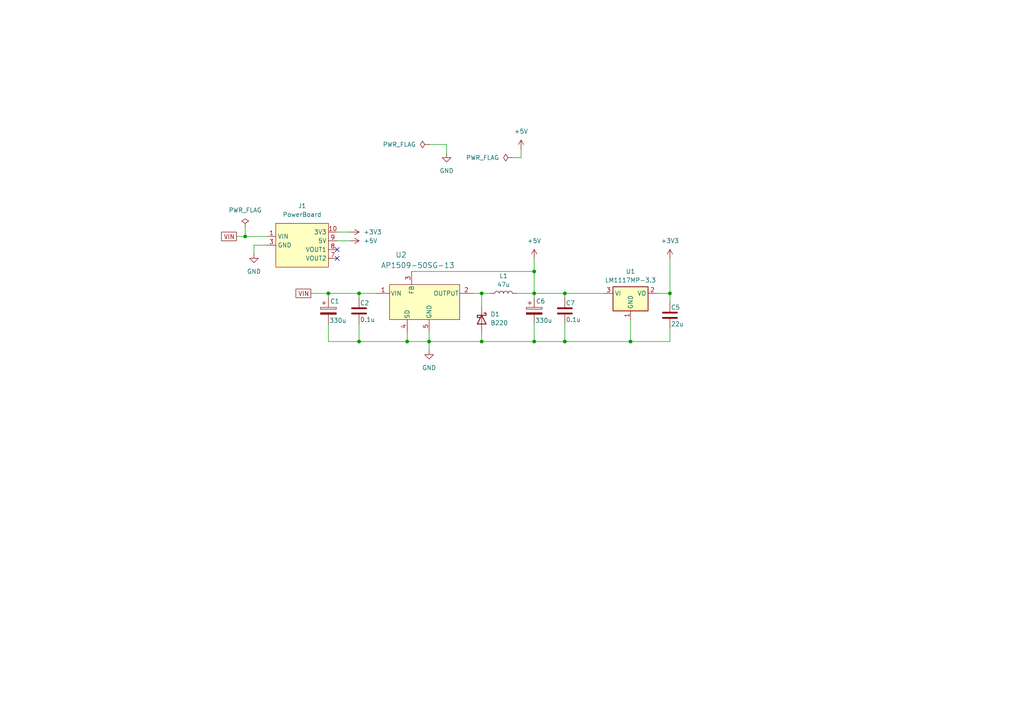
<source format=kicad_sch>
(kicad_sch (version 20231120) (generator "eeschema") (generator_version "8.0")
  (paper "A4")
  (lib_symbols
    (symbol "Device:C" (pin_numbers hide) (pin_names (offset 0.254))
      (property "Reference" "C" (at 0.635 2.54 0))
      (property "Value" "C" (at 0.635 -2.54 0))
      (symbol "C_0_1"
        (polyline (pts (xy -2.032 -0.762) (xy 2.032 -0.762)) (stroke (width 0.508)))
        (polyline (pts (xy -2.032 0.762) (xy 2.032 0.762)) (stroke (width 0.508)))
      )
      (symbol "C_1_1"
        (pin passive line (at 0 3.81 270) (length 2.794) (name "~") (number "1"))
        (pin passive line (at 0 -3.81 90) (length 2.794) (name "~") (number "2"))
      )
    )
    (symbol "Device:C_Polarized" (pin_numbers hide) (pin_names (offset 0.254))
      (property "Reference" "C" (at 0.635 2.54 0))
      (property "Value" "C_Polarized" (at 0.635 -2.54 0))
      (symbol "C_Polarized_0_1"
        (rectangle (start -2.286 0.508) (end 2.286 1.016))
        (polyline (pts (xy -1.778 2.286) (xy -0.762 2.286)))
        (polyline (pts (xy -1.27 2.794) (xy -1.27 1.778)))
        (rectangle (start 2.286 -0.508) (end -2.286 -1.016) (fill (type outline)))
      )
      (symbol "C_Polarized_1_1"
        (pin passive line (at 0 3.81 270) (length 2.794) (name "~") (number "1"))
        (pin passive line (at 0 -3.81 90) (length 2.794) (name "~") (number "2"))
      )
    )
    (symbol "Device:L" (pin_numbers hide) (pin_names (offset 1.016) hide)
      (property "Reference" "L" (at -1.27 0 90))
      (property "Value" "L" (at 1.905 0 90))
      (symbol "L_0_1"
        (arc (start 0 -2.54) (mid 0.6323 -1.905) (end 0 -1.27))
        (arc (start 0 -1.27) (mid 0.6323 -0.635) (end 0 0))
        (arc (start 0 0) (mid 0.6323 0.635) (end 0 1.27))
        (arc (start 0 1.27) (mid 0.6323 1.905) (end 0 2.54))
      )
      (symbol "L_1_1"
        (pin passive line (at 0 3.81 270) (length 1.27) (name "1") (number "1"))
        (pin passive line (at 0 -3.81 90) (length 1.27) (name "2") (number "2"))
      )
    )
    (symbol "Diode:B220" (pin_numbers hide) (pin_names (offset 1.016) hide)
      (property "Reference" "D" (at 0 2.54 0))
      (property "Value" "B220" (at 0 -2.54 0))
      (symbol "B220_0_1"
        (polyline (pts (xy 1.27 0) (xy -1.27 0)))
        (polyline (pts (xy 1.27 1.27) (xy 1.27 -1.27) (xy -1.27 0) (xy 1.27 1.27)) (stroke (width 0.254)))
        (polyline (pts (xy -1.905 0.635) (xy -1.905 1.27) (xy -1.27 1.27) (xy -1.27 -1.27) (xy -0.635 -1.27) (xy -0.635 -0.635)) (stroke (width 0.254)))
      )
      (symbol "B220_1_1"
        (pin passive line (at -3.81 0 0) (length 2.54) (name "K") (number "1"))
        (pin passive line (at 3.81 0 180) (length 2.54) (name "A") (number "2"))
      )
    )
    (symbol "GND_1" (power) (pin_numbers hide) (pin_names (offset 0) hide)
      (property "Value" "GND" (at 0 -3.81 0))
      (symbol "GND_1_0_1"
        (polyline (pts (xy 0 0) (xy 0 -1.27) (xy 1.27 -1.27) (xy 0 -2.54) (xy -1.27 -1.27) (xy 0 -1.27)))
      )
      (symbol "GND_1_1_1"
        (pin power_in line (at 0 0 270) (length 0) (name "~") (number "1"))
      )
    )
    (symbol "Regulator_Linear:LM1117MP-3.3"
      (property "Reference" "U" (at -3.81 3.175 0))
      (property "Value" "LM1117MP-3.3" (at 0 3.175 0))
      (symbol "LM1117MP-3.3_0_1"
        (rectangle (start -5.08 -5.08) (end 5.08 1.905) (stroke (width 0.254)) (fill (type background)))
      )
      (symbol "LM1117MP-3.3_1_1"
        (pin power_in line (at 0 -7.62 90) (length 2.54) (name "GND") (number "1"))
        (pin power_out line (at 7.62 0 180) (length 2.54) (name "VO") (number "2"))
        (pin power_in line (at -7.62 0 0) (length 2.54) (name "VI") (number "3"))
      )
    )
    (symbol "digikey:AP1509-50SG-13" (pin_names (offset 0.254))
      (property "Reference" "U" (at 23.876 -12.954 0))
      (property "Value" "AP1509-50SG-13" (at 33.782 -10.16 0))
      (symbol "AP1509-50SG-13_1_1"
        (rectangle (start 7.62 2.54) (end 27.94 -7.62) (fill (type background)))
        (pin input line (at 3.81 0 0) (length 3.81) (name "VIN") (number "1"))
        (pin power_out line (at 31.75 0 180) (length 3.81) (name "OUTPUT") (number "2"))
        (pin input line (at 13.97 6.35 270) (length 3.81) (name "FB") (number "3"))
        (pin input line (at 12.7 -11.43 90) (length 3.81) (name "SD") (number "4"))
        (pin power_in line (at 19.05 -11.43 90) (length 3.81) (name "GND") (number "5"))
        (pin power_in line (at 19.05 -11.43 90) (length 3.81) hide (name "GND") (number "6"))
        (pin power_in line (at 19.05 -11.43 90) (length 3.81) hide (name "GND") (number "7"))
        (pin power_in line (at 19.05 -11.43 90) (length 3.81) hide (name "GND") (number "8"))
      )
    )
    (symbol "myparts:PowerBoard"
      (property "Reference" "J" (at -6.858 -8.89 0))
      (property "Value" "PowerBoard" (at -7.62 7.366 0))
      (symbol "PowerBoard_1_1"
        (rectangle (start -7.62 5.08) (end 7.62 -7.62) (fill (type background)))
        (pin power_in line (at -10.16 1.27 0) (length 2.54) (name "VIN") (number "1"))
        (pin power_in line (at 10.16 2.54 180) (length 2.54) (name "3V3") (number "10"))
        (pin passive line (at -10.16 1.27 0) (length 2.54) hide (name "VIN") (number "2"))
        (pin power_in line (at -10.16 -1.27 0) (length 2.54) (name "GND") (number "3"))
        (pin passive line (at -10.16 -1.27 0) (length 2.54) hide (name "GND") (number "4"))
        (pin passive line (at -10.16 -1.27 0) (length 2.54) hide (name "GND") (number "5"))
        (pin passive line (at -10.16 -1.27 0) (length 2.54) hide (name "GND") (number "6"))
        (pin power_in line (at 10.16 -5.08 180) (length 2.54) (name "VOUT2") (number "7"))
        (pin power_in line (at 10.16 -2.54 180) (length 2.54) (name "VOUT1") (number "8"))
        (pin power_in line (at 10.16 0 180) (length 2.54) (name "5V") (number "9"))
      )
    )
    (symbol "power:+3V3" (power) (pin_numbers hide) (pin_names (offset 0) hide)
      (property "Value" "+3V3" (at 0 3.556 0))
      (symbol "+3V3_0_1"
        (polyline (pts (xy -0.762 1.27) (xy 0 2.54)))
        (polyline (pts (xy 0 0) (xy 0 2.54)))
        (polyline (pts (xy 0 2.54) (xy 0.762 1.27)))
      )
      (symbol "+3V3_1_1"
        (pin power_in line (at 0 0 90) (length 0) (name "~") (number "1"))
      )
    )
    (symbol "power:+5V" (power) (pin_numbers hide) (pin_names (offset 0) hide)
      (property "Value" "+5V" (at 0 3.556 0))
      (symbol "+5V_0_1"
        (polyline (pts (xy -0.762 1.27) (xy 0 2.54)))
        (polyline (pts (xy 0 0) (xy 0 2.54)))
        (polyline (pts (xy 0 2.54) (xy 0.762 1.27)))
      )
      (symbol "+5V_1_1"
        (pin power_in line (at 0 0 90) (length 0) (name "~") (number "1"))
      )
    )
    (symbol "power:PWR_FLAG" (power) (pin_numbers hide) (pin_names (offset 0) hide)
      (property "Value" "PWR_FLAG" (at 0 3.81 0))
      (symbol "PWR_FLAG_0_0"
        (pin power_out line (at 0 0 90) (length 0) (name "~") (number "1"))
      )
      (symbol "PWR_FLAG_0_1"
        (polyline (pts (xy 0 0) (xy 0 1.27) (xy -1.016 1.905) (xy 0 2.54) (xy 1.016 1.905) (xy 0 1.27)))
      )
    )
  )
  (junction (at 71.12 68.58))
  (junction (at 182.88 99.06))
  (junction (at 118.11 99.06))
  (junction (at 124.46 99.06))
  (junction (at 163.83 85.09))
  (junction (at 154.94 99.06))
  (junction (at 139.7 85.09))
  (junction (at 104.14 99.06))
  (junction (at 154.94 85.09))
  (junction (at 154.94 78.74))
  (junction (at 104.14 85.09))
  (junction (at 95.25 85.09))
  (junction (at 139.7 99.06))
  (junction (at 194.31 85.09))
  (junction (at 163.83 99.06))
  (no_connect (at 97.79 74.93))
  (no_connect (at 97.79 72.39))
  (wire (pts (xy 95.25 85.09) (xy 104.14 85.09)))
  (wire (pts (xy 148.59 45.72) (xy 151.13 45.72)))
  (wire (pts (xy 71.12 66.04) (xy 71.12 68.58)))
  (wire (pts (xy 163.83 85.09) (xy 175.26 85.09)))
  (wire (pts (xy 104.14 93.98) (xy 104.14 99.06)))
  (wire (pts (xy 124.46 41.91) (xy 129.54 41.91)))
  (wire (pts (xy 97.79 69.85) (xy 101.6 69.85)))
  (wire (pts (xy 139.7 96.52) (xy 139.7 99.06)))
  (wire (pts (xy 119.38 78.74) (xy 154.94 78.74)))
  (wire (pts (xy 104.14 85.09) (xy 104.14 86.36)))
  (wire (pts (xy 194.31 87.63) (xy 194.31 85.09)))
  (wire (pts (xy 118.11 99.06) (xy 124.46 99.06)))
  (wire (pts (xy 95.25 99.06) (xy 104.14 99.06)))
  (wire (pts (xy 163.83 99.06) (xy 182.88 99.06)))
  (wire (pts (xy 151.13 43.18) (xy 151.13 45.72)))
  (wire (pts (xy 139.7 99.06) (xy 154.94 99.06)))
  (wire (pts (xy 154.94 78.74) (xy 154.94 85.09)))
  (wire (pts (xy 97.79 67.31) (xy 101.6 67.31)))
  (wire (pts (xy 182.88 99.06) (xy 194.31 99.06)))
  (wire (pts (xy 118.11 96.52) (xy 118.11 99.06)))
  (wire (pts (xy 137.16 85.09) (xy 139.7 85.09)))
  (wire (pts (xy 124.46 99.06) (xy 139.7 99.06)))
  (wire (pts (xy 194.31 99.06) (xy 194.31 95.25)))
  (wire (pts (xy 139.7 85.09) (xy 142.24 85.09)))
  (wire (pts (xy 154.94 93.98) (xy 154.94 99.06)))
  (wire (pts (xy 95.25 85.09) (xy 95.25 86.36)))
  (wire (pts (xy 129.54 41.91) (xy 129.54 44.45)))
  (wire (pts (xy 154.94 99.06) (xy 163.83 99.06)))
  (wire (pts (xy 154.94 74.93) (xy 154.94 78.74)))
  (wire (pts (xy 68.58 68.58) (xy 71.12 68.58)))
  (wire (pts (xy 163.83 85.09) (xy 163.83 86.36)))
  (wire (pts (xy 154.94 85.09) (xy 163.83 85.09)))
  (wire (pts (xy 73.66 71.12) (xy 73.66 73.66)))
  (wire (pts (xy 90.17 85.09) (xy 95.25 85.09)))
  (wire (pts (xy 124.46 99.06) (xy 124.46 101.6)))
  (wire (pts (xy 194.31 74.93) (xy 194.31 85.09)))
  (wire (pts (xy 190.5 85.09) (xy 194.31 85.09)))
  (wire (pts (xy 149.86 85.09) (xy 154.94 85.09)))
  (wire (pts (xy 104.14 85.09) (xy 109.22 85.09)))
  (wire (pts (xy 124.46 96.52) (xy 124.46 99.06)))
  (wire (pts (xy 154.94 85.09) (xy 154.94 86.36)))
  (wire (pts (xy 77.47 71.12) (xy 73.66 71.12)))
  (wire (pts (xy 95.25 93.98) (xy 95.25 99.06)))
  (wire (pts (xy 182.88 92.71) (xy 182.88 99.06)))
  (wire (pts (xy 71.12 68.58) (xy 77.47 68.58)))
  (wire (pts (xy 163.83 93.98) (xy 163.83 99.06)))
  (wire (pts (xy 104.14 99.06) (xy 118.11 99.06)))
  (wire (pts (xy 139.7 85.09) (xy 139.7 88.9)))
  (global_label "VIN" (shape passive) (at 68.58 68.58 180) (property "Intersheetrefs" "${INTERSHEET_REFS}" (effects (hide yes))))
  (global_label "VIN" (shape passive) (at 90.17 85.09 180) (property "Intersheetrefs" "${INTERSHEET_REFS}" (effects (hide yes))))
  (symbol (lib_id "myparts:PowerBoard") (at 87.63 69.85 0) (unit 1)
    (property "Reference" "J1" (at 87.63 59.69 0))
    (property "Value" "PowerBoard" (at 87.63 62.23 0))
    (property "Footprint" "myparts:PowerBoardTemplate" (effects (hide yes)))
  )
  (symbol (lib_id "power:+5V") (at 154.94 74.93 0) (unit 1)
    (property "Reference" "#PWR01" (effects (hide yes)))
    (property "Value" "+5V" (at 154.94 69.85 0))
    (property "Description" "Power symbol creates a global label with name \"+5V\"" (effects (hide yes)))
  )
  (symbol (lib_id "power:PWR_FLAG") (at 71.12 66.04 0) (unit 1)
    (property "Reference" "#FLG01" (effects (hide yes)))
    (property "Value" "PWR_FLAG" (at 71.12 60.96 0))
    (property "Description" "Special symbol for telling ERC where power comes from" (effects (hide yes)))
  )
  (symbol (lib_id "digikey:AP1509-50SG-13") (at 105.41 85.09 0) (unit 1)
    (property "Reference" "U2" (at 116.332 73.914 0) (effects (font (size 1.524 1.524))))
    (property "Value" "AP1509-50SG-13" (at 121.158 76.962 0) (effects (font (size 1.524 1.524))))
    (property "Footprint" "Package_SO:SOP-8_3.9x4.9mm_P1.27mm" (effects (hide yes)))
    (property "Datasheet" "AP1509-50SG-13" (effects (hide yes)))
  )
  (symbol (lib_id "Device:C_Polarized") (at 154.94 90.17 0) (unit 1)
    (property "Reference" "C6" (at 155.448 87.376 0) (effects (justify left)))
    (property "Value" "330u" (at 155.194 92.964 0) (effects (justify left)))
    (property "Footprint" "Capacitor_SMD:CP_Elec_8x10.5" (effects (hide yes)))
    (property "Description" "Polarized capacitor" (effects (hide yes)))
  )
  (symbol (lib_id "power:+5V") (at 151.13 43.18 0) (unit 1)
    (property "Reference" "#PWR07" (effects (hide yes)))
    (property "Value" "+5V" (at 151.13 38.1 0))
    (property "Description" "Power symbol creates a global label with name \"+5V\"" (effects (hide yes)))
  )
  (symbol (lib_name "GND_1") (lib_id "power:GND") (at 124.46 101.6 0) (unit 1)
    (property "Reference" "#PWR08" (effects (hide yes)))
    (property "Value" "GND" (at 124.46 106.68 0))
    (property "Description" "Power symbol creates a global label with name \"GND\" , ground" (effects (hide yes)))
  )
  (symbol (lib_id "Regulator_Linear:LM1117MP-3.3") (at 182.88 85.09 0) (unit 1)
    (property "Reference" "U1" (at 182.88 78.74 0))
    (property "Value" "LM1117MP-3.3" (at 182.88 81.28 0))
    (property "Footprint" "Package_TO_SOT_SMD:SOT-223-3_TabPin2" (effects (hide yes)))
    (property "Datasheet" "http://www.ti.com/lit/ds/symlink/lm1117.pdf" (effects (hide yes)))
    (property "Description" "800mA Low-Dropout Linear Regulator, 3.3V fixed output, SOT-223" (effects (hide yes)))
  )
  (symbol (lib_id "power:+5V") (at 101.6 69.85 270) (unit 1)
    (property "Reference" "#PWR05" (effects (hide yes)))
    (property "Value" "+5V" (at 105.41 69.8499 90) (effects (justify left)))
    (property "Description" "Power symbol creates a global label with name \"+5V\"" (effects (hide yes)))
  )
  (symbol (lib_id "power:+3V3") (at 101.6 67.31 270) (unit 1)
    (property "Reference" "#PWR06" (effects (hide yes)))
    (property "Value" "+3V3" (at 105.41 67.3099 90) (effects (justify left)))
    (property "Description" "Power symbol creates a global label with name \"+3V3\"" (effects (hide yes)))
  )
  (symbol (lib_id "Device:C") (at 163.83 90.17 180) (unit 1)
    (property "Reference" "C7" (at 164.084 87.884 0) (effects (justify right)))
    (property "Value" "0.1u" (at 164.084 92.71 0) (effects (justify right)))
    (property "Footprint" "Capacitor_SMD:C_1206_3216Metric_Pad1.33x1.80mm_HandSolder" (effects (hide yes)))
    (property "Description" "Unpolarized capacitor" (effects (hide yes)))
  )
  (symbol (lib_name "GND_1") (lib_id "power:GND") (at 73.66 73.66 0) (unit 1)
    (property "Reference" "#PWR04" (effects (hide yes)))
    (property "Value" "GND" (at 73.66 78.74 0))
    (property "Description" "Power symbol creates a global label with name \"GND\" , ground" (effects (hide yes)))
  )
  (symbol (lib_id "Device:L") (at 146.05 85.09 90) (unit 1)
    (property "Reference" "L1" (at 146.05 80.01 90))
    (property "Value" "47u" (at 146.05 82.55 90))
    (property "Footprint" "Inductor_SMD:L_Bourns-SRN1060" (effects (hide yes)))
    (property "Description" "Inductor" (effects (hide yes)))
  )
  (symbol (lib_id "Device:C") (at 194.31 91.44 180) (unit 1)
    (property "Reference" "C5" (at 194.564 89.154 0) (effects (justify right)))
    (property "Value" "22u" (at 194.564 93.98 0) (effects (justify right)))
    (property "Footprint" "Capacitor_SMD:C_1206_3216Metric_Pad1.33x1.80mm_HandSolder" (effects (hide yes)))
    (property "Description" "Unpolarized capacitor" (effects (hide yes)))
  )
  (symbol (lib_name "GND_1") (lib_id "power:GND") (at 129.54 44.45 0) (unit 1)
    (property "Reference" "#PWR03" (effects (hide yes)))
    (property "Value" "GND" (at 129.54 49.53 0))
    (property "Description" "Power symbol creates a global label with name \"GND\" , ground" (effects (hide yes)))
  )
  (symbol (lib_id "power:+3V3") (at 194.31 74.93 0) (unit 1)
    (property "Reference" "#PWR02" (effects (hide yes)))
    (property "Value" "+3V3" (at 194.31 69.85 0))
    (property "Description" "Power symbol creates a global label with name \"+3V3\"" (effects (hide yes)))
  )
  (symbol (lib_id "power:PWR_FLAG") (at 124.46 41.91 90) (unit 1)
    (property "Reference" "#FLG04" (effects (hide yes)))
    (property "Value" "PWR_FLAG" (at 120.65 41.9099 90) (effects (justify left)))
    (property "Description" "Special symbol for telling ERC where power comes from" (effects (hide yes)))
  )
  (symbol (lib_id "Diode:B220") (at 139.7 92.71 270) (unit 1)
    (property "Reference" "D1" (at 142.24 91.1224 90) (effects (justify left)))
    (property "Value" "B220" (at 142.24 93.6624 90) (effects (justify left)))
    (property "Footprint" "Diode_SMD:D_SMB" (effects (hide yes)))
    (property "Datasheet" "http://www.jameco.com/Jameco/Products/ProdDS/1538777.pdf" (effects (hide yes)))
    (property "Description" "20V 2A Schottky Barrier Rectifier Diode, SMB" (effects (hide yes)))
  )
  (symbol (lib_id "Device:C_Polarized") (at 95.25 90.17 0) (unit 1)
    (property "Reference" "C1" (at 95.758 87.376 0) (effects (justify left)))
    (property "Value" "330u" (at 95.504 92.964 0) (effects (justify left)))
    (property "Footprint" "Capacitor_SMD:CP_Elec_8x10.5" (effects (hide yes)))
    (property "Description" "Polarized capacitor" (effects (hide yes)))
  )
  (symbol (lib_id "power:PWR_FLAG") (at 148.59 45.72 90) (unit 1)
    (property "Reference" "#FLG02" (effects (hide yes)))
    (property "Value" "PWR_FLAG" (at 144.78 45.7199 90) (effects (justify left)))
    (property "Description" "Special symbol for telling ERC where power comes from" (effects (hide yes)))
  )
  (symbol (lib_id "Device:C") (at 104.14 90.17 180) (unit 1)
    (property "Reference" "C2" (at 104.394 87.884 0) (effects (justify right)))
    (property "Value" "0.1u" (at 104.394 92.71 0) (effects (justify right)))
    (property "Footprint" "Capacitor_SMD:C_1206_3216Metric_Pad1.33x1.80mm_HandSolder" (effects (hide yes)))
    (property "Description" "Unpolarized capacitor" (effects (hide yes)))
  )
)
</source>
